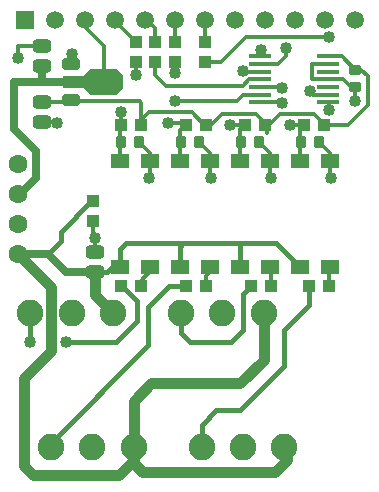
<source format=gbr>
G04 DipTrace 4.0.0.2*
G04 1 - Top.gbr*
%MOIN*%
G04 #@! TF.FileFunction,Copper,L1,Top*
G04 #@! TF.Part,Single*
%AMOUTLINE0*
4,1,28,
-0.028937,-0.012009,
-0.028937,0.012007,
-0.028602,0.014554,
-0.027619,0.016928,
-0.026055,0.018967,
-0.024016,0.020531,
-0.021643,0.021514,
-0.019095,0.02185,
0.019094,0.021851,
0.021641,0.021516,
0.024015,0.020533,
0.026054,0.018968,
0.027618,0.01693,
0.028601,0.014556,
0.028937,0.012009,
0.028937,-0.012007,
0.028602,-0.014554,
0.027619,-0.016928,
0.026055,-0.018967,
0.024016,-0.020531,
0.021643,-0.021514,
0.019095,-0.02185,
-0.019094,-0.021851,
-0.021641,-0.021516,
-0.024015,-0.020533,
-0.026054,-0.018968,
-0.027618,-0.01693,
-0.028601,-0.014556,
-0.028937,-0.012009,
0*%
%AMOUTLINE3*
4,1,28,
0.028937,0.012009,
0.028937,-0.012007,
0.028602,-0.014554,
0.027619,-0.016928,
0.026055,-0.018967,
0.024016,-0.020531,
0.021643,-0.021514,
0.019095,-0.02185,
-0.019094,-0.021851,
-0.021641,-0.021516,
-0.024015,-0.020533,
-0.026054,-0.018968,
-0.027618,-0.01693,
-0.028601,-0.014556,
-0.028937,-0.012009,
-0.028937,0.012007,
-0.028602,0.014554,
-0.027619,0.016928,
-0.026055,0.018967,
-0.024016,0.020531,
-0.021643,0.021514,
-0.019095,0.02185,
0.019094,0.021851,
0.021641,0.021516,
0.024015,0.020533,
0.026054,0.018968,
0.027618,0.01693,
0.028601,0.014556,
0.028937,0.012009,
0*%
%AMOUTLINE6*
4,1,28,
0.019094,0.008465,
0.019094,-0.008465,
0.018799,-0.010706,
0.017934,-0.012795,
0.016558,-0.014589,
0.014764,-0.015966,
0.012675,-0.016831,
0.010433,-0.017126,
-0.010433,-0.017126,
-0.012675,-0.016831,
-0.014764,-0.015966,
-0.016558,-0.014589,
-0.017934,-0.012795,
-0.018799,-0.010706,
-0.019094,-0.008465,
-0.019094,0.008465,
-0.018799,0.010706,
-0.017934,0.012795,
-0.016558,0.014589,
-0.014764,0.015966,
-0.012675,0.016831,
-0.010433,0.017126,
0.010433,0.017126,
0.012675,0.016831,
0.014764,0.015966,
0.016558,0.014589,
0.017934,0.012795,
0.018799,0.010706,
0.019094,0.008465,
0*%
%AMOUTLINE9*
4,1,28,
-0.019094,-0.008465,
-0.019094,0.008465,
-0.018799,0.010706,
-0.017934,0.012795,
-0.016558,0.014589,
-0.014764,0.015966,
-0.012675,0.016831,
-0.010433,0.017126,
0.010433,0.017126,
0.012675,0.016831,
0.014764,0.015966,
0.016558,0.014589,
0.017934,0.012795,
0.018799,0.010706,
0.019094,0.008465,
0.019094,-0.008465,
0.018799,-0.010706,
0.017934,-0.012795,
0.016558,-0.014589,
0.014764,-0.015966,
0.012675,-0.016831,
0.010433,-0.017126,
-0.010433,-0.017126,
-0.012675,-0.016831,
-0.014764,-0.015966,
-0.016558,-0.014589,
-0.017934,-0.012795,
-0.018799,-0.010706,
-0.019094,-0.008465,
0*%
%AMOUTLINE12*
4,1,28,
0.008465,-0.019094,
-0.008465,-0.019094,
-0.010706,-0.018799,
-0.012795,-0.017934,
-0.014589,-0.016558,
-0.015966,-0.014764,
-0.016831,-0.012675,
-0.017126,-0.010433,
-0.017126,0.010433,
-0.016831,0.012675,
-0.015966,0.014764,
-0.014589,0.016558,
-0.012795,0.017934,
-0.010706,0.018799,
-0.008465,0.019094,
0.008465,0.019094,
0.010706,0.018799,
0.012795,0.017934,
0.014589,0.016558,
0.015966,0.014764,
0.016831,0.012675,
0.017126,0.010433,
0.017126,-0.010433,
0.016831,-0.012675,
0.015966,-0.014764,
0.014589,-0.016558,
0.012795,-0.017934,
0.010706,-0.018799,
0.008465,-0.019094,
0*%
%AMOUTLINE15*
4,1,28,
-0.008465,0.019094,
0.008465,0.019094,
0.010706,0.018799,
0.012795,0.017934,
0.014589,0.016558,
0.015966,0.014764,
0.016831,0.012675,
0.017126,0.010433,
0.017126,-0.010433,
0.016831,-0.012675,
0.015966,-0.014764,
0.014589,-0.016558,
0.012795,-0.017934,
0.010706,-0.018799,
0.008465,-0.019094,
-0.008465,-0.019094,
-0.010706,-0.018799,
-0.012795,-0.017934,
-0.014589,-0.016558,
-0.015966,-0.014764,
-0.016831,-0.012675,
-0.017126,-0.010433,
-0.017126,0.010433,
-0.016831,0.012675,
-0.015966,0.014764,
-0.014589,0.016558,
-0.012795,0.017934,
-0.010706,0.018799,
-0.008465,0.019094,
0*%
%AMOUTLINE18*
4,1,28,
-0.019686,0.019684,
0.019684,0.019686,
0.022232,0.01935,
0.024606,0.018367,
0.026644,0.016803,
0.028208,0.014765,
0.029192,0.012391,
0.029527,0.009843,
0.029528,-0.009842,
0.029193,-0.012389,
0.028209,-0.014763,
0.026645,-0.016801,
0.024607,-0.018366,
0.022233,-0.019349,
0.019686,-0.019684,
-0.019684,-0.019686,
-0.022232,-0.01935,
-0.024606,-0.018367,
-0.026644,-0.016803,
-0.028208,-0.014765,
-0.029192,-0.012391,
-0.029527,-0.009843,
-0.029528,0.009842,
-0.029193,0.012389,
-0.028209,0.014763,
-0.026645,0.016801,
-0.024607,0.018366,
-0.022233,0.019349,
-0.019686,0.019684,
0*%
%AMOUTLINE21*
4,1,10,
-0.100393,-0.019688,
-0.033464,-0.019686,
-0.009841,-0.043307,
0.076773,-0.043305,
0.100394,-0.019682,
0.100393,0.019688,
0.07677,0.043309,
-0.009844,0.043307,
-0.033465,0.019684,
-0.100394,0.019682,
-0.100393,-0.019688,
0*%
%AMOUTLINE24*
4,1,28,
-0.035433,-0.003937,
-0.035433,0.003937,
-0.035299,0.004956,
-0.034906,0.005906,
-0.03428,0.006721,
-0.033465,0.007347,
-0.032515,0.00774,
-0.031496,0.007874,
0.031496,0.007874,
0.032515,0.00774,
0.033465,0.007347,
0.03428,0.006721,
0.034906,0.005906,
0.035299,0.004956,
0.035433,0.003937,
0.035433,-0.003937,
0.035299,-0.004956,
0.034906,-0.005906,
0.03428,-0.006721,
0.033465,-0.007347,
0.032515,-0.00774,
0.031496,-0.007874,
-0.031496,-0.007874,
-0.032515,-0.00774,
-0.033465,-0.007347,
-0.03428,-0.006721,
-0.034906,-0.005906,
-0.035299,-0.004956,
-0.035433,-0.003937,
0*%
G04 #@! TA.AperFunction,Conductor*
%ADD15C,0.012*%
%ADD16C,0.025*%
%ADD17C,0.016*%
%ADD18C,0.035*%
%ADD19C,0.014*%
%ADD20C,0.018*%
G04 #@! TA.AperFunction,ComponentPad*
%ADD21R,0.059055X0.059055*%
%ADD22C,0.059055*%
%ADD23R,0.059055X0.051181*%
G04 #@! TA.AperFunction,ComponentPad*
%ADD24C,0.062992*%
%ADD25R,0.043307X0.03937*%
%ADD26R,0.03937X0.043307*%
G04 #@! TA.AperFunction,ComponentPad*
%ADD27C,0.088583*%
G04 #@! TA.AperFunction,ViaPad*
%ADD28C,0.04*%
%ADD54OUTLINE0*%
%ADD57OUTLINE3*%
%ADD60OUTLINE6*%
%ADD63OUTLINE9*%
%ADD66OUTLINE12*%
%ADD69OUTLINE15*%
%ADD72OUTLINE18*%
%ADD75OUTLINE21*%
%ADD78OUTLINE24*%
%FSLAX26Y26*%
G04*
G70*
G90*
G75*
G01*
G04 Top*
%LPD*%
X531499Y1696214D2*
D15*
X621907D1*
X629386Y1703692D1*
X860535Y1621420D2*
Y1635534D1*
X887751Y1662749D1*
X1031500D1*
X1072829Y1621420D1*
X1077071D1*
X1281500Y1594000D2*
Y1612749D1*
X1325251Y1656500D1*
X1437751D1*
X1469000Y1625251D1*
Y1621420D1*
X1470772D1*
X1077071D2*
X1096420D1*
X1131500Y1656500D1*
X1243999D1*
X1273921Y1626577D1*
Y1621420D1*
X1485879Y1848724D2*
X1531303D1*
X1575251Y1804777D1*
X1595723D1*
X1619000Y1781500D1*
Y1687749D1*
X1552671Y1621420D1*
X1470772D1*
X860535D2*
X862749D1*
Y1694000D1*
X856499Y1700251D1*
X629386D1*
Y1703692D1*
X531501Y1816786D2*
D16*
Y1762749D1*
X700249D1*
X453055Y1388882D2*
X457631D1*
X512749Y1444000D1*
Y1531501D1*
X437749Y1606501D1*
Y1762749D1*
X700249D1*
X673916Y1968803D2*
D15*
Y1945335D1*
X737751Y1881500D1*
Y1762749D1*
X700249D1*
X531499Y1883715D2*
X450251D1*
Y1844000D1*
X531501Y1629285D2*
X581500D1*
Y1625251D1*
X892031Y1499207D2*
Y1448281D1*
X887751Y1444000D1*
X1092031Y1499207D2*
Y1445969D1*
X1094000Y1444000D1*
X1292031Y1499207D2*
Y1445969D1*
X1294000Y1444000D1*
X1492031Y1499207D2*
Y1445969D1*
X1494000Y1444000D1*
X892031Y1499207D2*
Y1525496D1*
X854777Y1562751D1*
X1092031Y1499207D2*
Y1525497D1*
X1054778Y1562751D1*
X1292031Y1499207D2*
Y1525497D1*
X1254778Y1562751D1*
X1492031Y1499207D2*
Y1525496D1*
X1454777Y1562751D1*
X1575251Y1745722D2*
Y1700249D1*
Y1745722D2*
X1561028D1*
X1534797Y1771953D1*
X1485879D1*
X1257541Y1695181D2*
X1330319D1*
X1331500Y1694000D1*
X1485879Y1823134D2*
X1431500D1*
Y1771953D1*
X1485879D1*
X629382Y1821802D2*
Y1854382D1*
X631500Y1856500D1*
X453055Y1188882D2*
D16*
X552235D1*
X612865Y1128252D1*
X708961D1*
D17*
X748098D1*
X764723Y1144877D1*
X792031D1*
Y1204864D1*
X811983Y1224815D1*
X1002315D1*
X1192031D1*
X1312093D1*
X1392031Y1144877D1*
X1192031D2*
Y1224815D1*
X992031Y1144877D2*
Y1214531D1*
X1002315Y1224815D1*
X453055Y1188882D2*
D3*
X702711Y1365161D2*
X696320D1*
X594987Y1263828D1*
Y1231634D1*
X552235Y1188882D1*
X836913Y545575D2*
D18*
Y492425D1*
X866441Y462898D1*
X1309354D1*
X1348724Y502268D1*
Y545575D1*
X1338882D1*
X836913D2*
Y699118D1*
X895969Y758173D1*
X1191244D1*
X1269984Y836913D1*
Y994394D1*
X768016D2*
X708961Y1053449D1*
Y1128252D1*
X836913Y545575D2*
Y502268D1*
X787701Y453055D1*
X502268D1*
X472740Y482583D1*
Y777858D1*
X561323Y866441D1*
Y1080614D1*
X453055Y1188882D1*
X861470Y1083833D2*
D19*
Y1101056D1*
X892031Y1131618D1*
Y1144877D1*
X1077071Y1083835D2*
Y1116803D1*
X1092031Y1131764D1*
Y1144877D1*
X1293606Y1083245D2*
Y1135240D1*
X1292031Y1136815D1*
Y1144877D1*
X1489521Y1083245D2*
Y1131364D1*
X1492031Y1133874D1*
Y1144877D1*
X792031Y1499207D2*
D15*
Y1619845D1*
X793606Y1621420D1*
X1257533Y1848724D2*
Y1863782D1*
X1262751Y1869000D1*
X793606Y1662356D2*
Y1621420D1*
X992031Y1499207D2*
Y1603310D1*
X1010142Y1621420D1*
X1257533Y1797543D2*
X1202957D1*
X1200251Y1800249D1*
X950251Y1625251D2*
X1006311D1*
X1010142Y1621420D1*
X1192031Y1499207D2*
Y1606459D1*
X1206992Y1621420D1*
X1257533Y1746362D2*
X1329138D1*
X1331500Y1744000D1*
X1156500Y1621420D2*
X1206992D1*
X1392031Y1499207D2*
Y1609609D1*
X1403843Y1621420D1*
X1485879Y1720772D2*
X1435978D1*
X1425249Y1731500D1*
X1356500Y1619000D2*
X1406262D1*
X1403843Y1621420D1*
X492425Y994394D2*
D20*
Y895969D1*
X610535D2*
X777858D1*
X846756Y964866D1*
Y1033764D1*
X796686Y1083833D1*
X794541D1*
X561323Y545575D2*
Y561323D1*
X886126Y886126D1*
Y1014079D1*
X955879Y1083832D1*
X1010142D1*
X994394Y994394D2*
Y925496D1*
X1023921Y895969D1*
X1161717D1*
X1201087Y935339D1*
Y1057655D1*
X1226677Y1083245D1*
X1063291Y545575D2*
Y620378D1*
X1112504Y669591D1*
X1191244D1*
X1338882Y817228D1*
Y935339D1*
X1422592Y1019049D1*
Y1083245D1*
X1073916Y1968803D2*
D15*
Y1897549D1*
X1075249Y1896215D1*
X773916Y1968803D2*
Y1966299D1*
X844000Y1896215D1*
X873916Y1968803D2*
X881697D1*
X906500Y1944000D1*
Y1896215D1*
X973916Y1968803D2*
Y1897549D1*
X975249Y1896215D1*
X844000Y1829286D2*
Y1787751D1*
X1344000Y1875251D2*
Y1850251D1*
X1316883Y1823134D1*
X1257533D1*
Y1771953D2*
X1221954D1*
X1200251Y1750249D1*
X944001D1*
X906500Y1787751D1*
Y1829286D1*
X1075249D2*
X1129286D1*
X1212751Y1912751D1*
X1487749D1*
Y1669000D2*
Y1693311D1*
X1485879Y1695181D1*
X1257533Y1720772D2*
X1202022D1*
X1181500Y1700249D1*
X975249D1*
Y1794000D2*
Y1829286D1*
X708961Y1195181D2*
Y1241539D1*
X706500Y1244000D1*
X702711Y1298232D2*
Y1247789D1*
X706500Y1244000D1*
D28*
X793606Y1662356D3*
X950251Y1625251D3*
X1156500Y1621420D3*
X1356500Y1619000D3*
X492425Y895969D3*
X610535D3*
X844000Y1787751D3*
X1344000Y1875251D3*
X1487749Y1912751D3*
Y1669000D3*
X975249Y1700249D3*
Y1794000D3*
X706500Y1244000D3*
X1425249Y1731500D3*
X1200251Y1800249D3*
X1331500Y1744000D3*
X1262751Y1869000D3*
X450251Y1844000D3*
X581500Y1625251D3*
X887751Y1444000D3*
X1094000D3*
X1294000D3*
X1494000D3*
X1575251Y1700249D3*
X1331500Y1694000D3*
X631500Y1856500D3*
D54*
X531501Y1816786D3*
D57*
X531499Y1883715D3*
Y1696214D3*
D54*
X531501Y1629285D3*
X708961Y1128252D3*
D57*
Y1195181D3*
D60*
X1575251Y1804777D3*
D63*
Y1745722D3*
D66*
X1054778Y1562751D3*
D69*
X995723D3*
D66*
X1254778D3*
D69*
X1195723D3*
D66*
X1454777D3*
D69*
X1395722D3*
D66*
X854777D3*
D69*
X795722D3*
D21*
X473916Y1968803D3*
D22*
X573916D3*
X673916D3*
X773916D3*
X873916D3*
X973916D3*
X1073916D3*
X1173916D3*
X1273907D3*
X1373907D3*
X1473907D3*
X1573907D3*
D23*
X1492031Y1144877D3*
Y1499207D3*
X1392031Y1144877D3*
Y1499207D3*
X1292031Y1144877D3*
Y1499207D3*
X1192031Y1144877D3*
Y1499207D3*
X1092031Y1144877D3*
Y1499207D3*
X992031Y1144877D3*
Y1499207D3*
X892031Y1144877D3*
Y1499207D3*
X792031Y1144877D3*
Y1499207D3*
D24*
X453055Y1488882D3*
Y1388882D3*
Y1288882D3*
Y1188882D3*
D72*
X629382Y1821802D3*
D75*
X700250Y1762749D3*
D72*
X629385Y1703692D3*
D25*
X794541Y1083833D3*
X861470D3*
X1010142Y1083832D3*
X1077071Y1083834D3*
X1226677Y1083245D3*
X1293606D3*
X1422592D3*
X1489521D3*
X860535Y1621420D3*
X793606D3*
X1077071D3*
X1010142D3*
X1273921D3*
X1206992D3*
X1470772D3*
X1403843D3*
D26*
X702711Y1298232D3*
Y1365161D3*
X844000Y1896215D3*
Y1829286D3*
X906500Y1896215D3*
Y1829286D3*
X975249Y1896215D3*
Y1829286D3*
X1075249Y1896215D3*
Y1829286D3*
D27*
X1269984Y994394D3*
X1132189D3*
X994394D3*
X1338882Y545575D3*
X1201087D3*
X1063291D3*
D78*
X1257533Y1848724D3*
Y1823134D3*
Y1797543D3*
Y1771953D3*
Y1746362D3*
Y1720772D3*
X1257541Y1695181D3*
X1485879D3*
Y1720772D3*
Y1746362D3*
Y1771953D3*
Y1797543D3*
Y1823134D3*
Y1848724D3*
D27*
X768016Y994394D3*
X630220D3*
X492425D3*
X836913Y545575D3*
X699118D3*
X561323D3*
M02*

</source>
